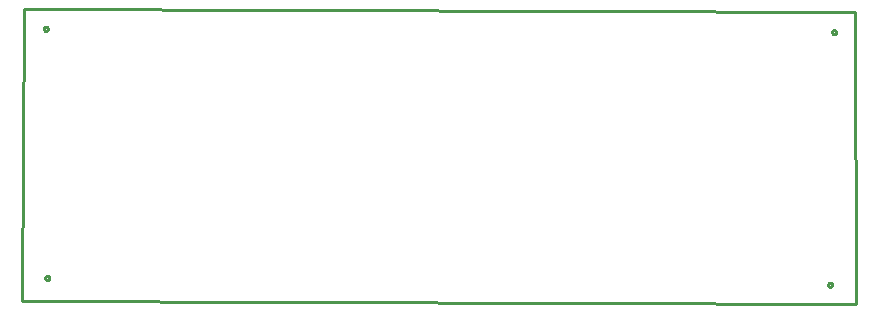
<source format=gbr>
G04 EAGLE Gerber RS-274X export*
G75*
%MOMM*%
%FSLAX34Y34*%
%LPD*%
%IN*%
%IPPOS*%
%AMOC8*
5,1,8,0,0,1.08239X$1,22.5*%
G01*
%ADD10C,0.254000*%


D10*
X28518Y-69023D02*
X734670Y-71193D01*
X733256Y176089D01*
X29963Y178537D01*
X28518Y-69023D01*
X50060Y161684D02*
X49993Y161346D01*
X49861Y161027D01*
X49670Y160741D01*
X49426Y160497D01*
X49139Y160305D01*
X48821Y160174D01*
X48483Y160106D01*
X48138Y160106D01*
X47800Y160174D01*
X47481Y160305D01*
X47195Y160497D01*
X46951Y160741D01*
X46759Y161027D01*
X46628Y161346D01*
X46560Y161684D01*
X46560Y162029D01*
X46628Y162367D01*
X46759Y162685D01*
X46951Y162972D01*
X47195Y163216D01*
X47481Y163407D01*
X47800Y163539D01*
X48138Y163606D01*
X48483Y163606D01*
X48821Y163539D01*
X49139Y163407D01*
X49426Y163216D01*
X49670Y162972D01*
X49861Y162685D01*
X49993Y162367D01*
X50060Y162029D01*
X50060Y161684D01*
X51224Y-49255D02*
X51157Y-49593D01*
X51025Y-49912D01*
X50834Y-50198D01*
X50590Y-50442D01*
X50303Y-50634D01*
X49985Y-50766D01*
X49647Y-50833D01*
X49302Y-50833D01*
X48964Y-50766D01*
X48645Y-50634D01*
X48359Y-50442D01*
X48115Y-50198D01*
X47924Y-49912D01*
X47792Y-49593D01*
X47724Y-49255D01*
X47724Y-48910D01*
X47792Y-48572D01*
X47924Y-48254D01*
X48115Y-47967D01*
X48359Y-47723D01*
X48645Y-47532D01*
X48964Y-47400D01*
X49302Y-47333D01*
X49647Y-47333D01*
X49985Y-47400D01*
X50303Y-47532D01*
X50590Y-47723D01*
X50834Y-47967D01*
X51025Y-48254D01*
X51157Y-48572D01*
X51224Y-48910D01*
X51224Y-49255D01*
X717509Y158708D02*
X717442Y158370D01*
X717310Y158052D01*
X717119Y157765D01*
X716875Y157521D01*
X716588Y157330D01*
X716270Y157198D01*
X715932Y157131D01*
X715587Y157131D01*
X715249Y157198D01*
X714930Y157330D01*
X714644Y157521D01*
X714400Y157765D01*
X714209Y158052D01*
X714077Y158370D01*
X714009Y158708D01*
X714009Y159053D01*
X714077Y159391D01*
X714209Y159709D01*
X714400Y159996D01*
X714644Y160240D01*
X714930Y160431D01*
X715249Y160563D01*
X715587Y160631D01*
X715932Y160631D01*
X716270Y160563D01*
X716588Y160431D01*
X716875Y160240D01*
X717119Y159996D01*
X717310Y159709D01*
X717442Y159391D01*
X717509Y159053D01*
X717509Y158708D01*
X714114Y-55026D02*
X714047Y-55364D01*
X713915Y-55683D01*
X713724Y-55969D01*
X713480Y-56213D01*
X713193Y-56405D01*
X712875Y-56536D01*
X712537Y-56604D01*
X712192Y-56604D01*
X711854Y-56536D01*
X711535Y-56405D01*
X711249Y-56213D01*
X711005Y-55969D01*
X710814Y-55683D01*
X710682Y-55364D01*
X710614Y-55026D01*
X710614Y-54681D01*
X710682Y-54343D01*
X710814Y-54025D01*
X711005Y-53738D01*
X711249Y-53494D01*
X711535Y-53303D01*
X711854Y-53171D01*
X712192Y-53104D01*
X712537Y-53104D01*
X712875Y-53171D01*
X713193Y-53303D01*
X713480Y-53494D01*
X713724Y-53738D01*
X713915Y-54025D01*
X714047Y-54343D01*
X714114Y-54681D01*
X714114Y-55026D01*
M02*

</source>
